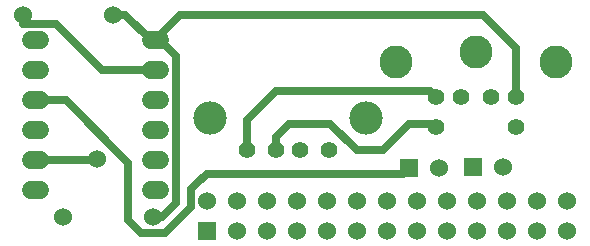
<source format=gbl>
G04 start of page 7 for group 5 idx 5 *
G04 Title: (unknown), bottom *
G04 Creator: pcb 20140316 *
G04 CreationDate: Tue 22 Dec 2015 07:16:43 PM GMT UTC *
G04 For: vince *
G04 Format: Gerber/RS-274X *
G04 PCB-Dimensions (mil): 1950.00 850.00 *
G04 PCB-Coordinate-Origin: lower left *
%MOIN*%
%FSLAX25Y25*%
%LNBOTTOM*%
%ADD84C,0.0900*%
%ADD83C,0.0910*%
%ADD82C,0.0280*%
%ADD81C,0.0360*%
%ADD80C,0.0380*%
%ADD79C,0.0350*%
%ADD78C,0.0550*%
%ADD77C,0.1100*%
%ADD76C,0.1110*%
%ADD75C,0.0560*%
%ADD74C,0.0600*%
%ADD73C,0.0001*%
%ADD72C,0.0250*%
G54D72*X61950Y14575D02*X53125Y5750D01*
X63775Y22350D02*X61950Y20525D01*
X56750Y15875D02*X52075Y11200D01*
X61950Y20525D02*Y14575D01*
X63813Y22387D02*X63887D01*
X67100Y25600D01*
X52075Y11200D02*X49200D01*
X53125Y5750D02*X45275D01*
X40950Y10075D02*X45275Y5750D01*
X40950Y29125D02*Y10075D01*
X39900Y78600D02*X48500Y70000D01*
X16750Y75600D02*X32350Y60000D01*
X48500D02*X32350D01*
X39900Y78600D02*X35900D01*
X20075Y50000D02*X40950Y29125D01*
X10000Y30000D02*X30100D01*
X30400Y30300D01*
X20075Y50000D02*X11500D01*
Y20000D02*X10000D01*
X5900Y78600D02*Y75600D01*
Y78600D02*Y75600D01*
Y78600D02*Y75600D01*
X16750D02*X5900D01*
X51500Y70000D02*X56750Y64750D01*
Y15875D01*
X48500Y70000D02*X50000D01*
X48500Y60000D02*X50000D01*
X51500Y20000D02*X50000D01*
X67100Y25600D02*X132400D01*
X134400Y27600D01*
X90100Y53200D02*X141500D01*
X143700Y51000D01*
X170100D02*Y67600D01*
X159200Y78500D01*
X58300D01*
X49800Y70000D01*
X90250Y34375D02*Y33300D01*
X80450D02*Y43550D01*
X90100Y53200D01*
X90250Y33700D02*Y37750D01*
X94700Y42200D01*
X90250Y33300D02*Y34375D01*
X94700Y42200D02*X108200D01*
X117100Y33300D01*
X125800D01*
X134500Y42000D01*
X142900D01*
X143700Y41200D01*
G54D73*G36*
X64200Y9400D02*Y3400D01*
X70200D01*
Y9400D01*
X64200D01*
G37*
G54D74*X67200Y16400D03*
X77200Y6400D03*
Y16400D03*
X87200Y6400D03*
Y16400D03*
X97200Y6400D03*
Y16400D03*
G54D75*X98150Y33300D03*
X90250D03*
X80450D03*
G54D74*X49200Y11200D03*
G54D76*X68350Y44000D03*
G54D74*X50000Y20000D03*
Y30000D03*
Y40000D03*
Y50000D03*
Y60000D03*
Y70000D03*
G54D77*X183500Y62800D03*
G54D78*X162000Y51000D03*
X170100D03*
G54D77*X156900Y66000D03*
X130300Y62800D03*
G54D78*X151800Y51000D03*
X143700D03*
Y41200D03*
X170100D03*
G54D73*G36*
X153000Y30700D02*Y24700D01*
X159000D01*
Y30700D01*
X153000D01*
G37*
G54D74*X166000Y27700D03*
G54D76*X120050Y44000D03*
G54D73*G36*
X131400Y30600D02*Y24600D01*
X137400D01*
Y30600D01*
X131400D01*
G37*
G54D74*X144400Y27600D03*
G54D75*X107950Y33300D03*
G54D74*X107200Y6400D03*
X117200D03*
X127200D03*
X107200Y16400D03*
X117200D03*
X127200D03*
X137200D03*
X147200D03*
X157200D03*
X137200Y6400D03*
X147200D03*
X157200D03*
X167200D03*
Y16400D03*
X177200D03*
X187200D03*
X177200Y6400D03*
X187200D03*
X19200Y11200D03*
X35900Y78600D03*
X5900D03*
X10000Y70000D03*
Y60000D03*
Y50000D03*
Y40000D03*
Y30000D03*
Y20000D03*
X48500D02*X51500D01*
X48500Y30000D02*X51500D01*
X48500Y40000D02*X51500D01*
X48500Y50000D02*X51500D01*
X48500Y60000D02*X51500D01*
X48500Y70000D02*X51500D01*
X8500Y50000D02*X11500D01*
X8500Y40000D02*X11500D01*
X8500Y70000D02*X11500D01*
X8500Y60000D02*X11500D01*
X8500Y30000D02*X11500D01*
X8500Y20000D02*X11500D01*
X30400Y30300D03*
G54D79*G54D80*G54D81*G54D82*G54D83*G54D79*G54D84*G54D79*G54D84*G54D79*G54D80*G54D83*G54D80*G54D81*G54D80*G54D82*G54D79*M02*

</source>
